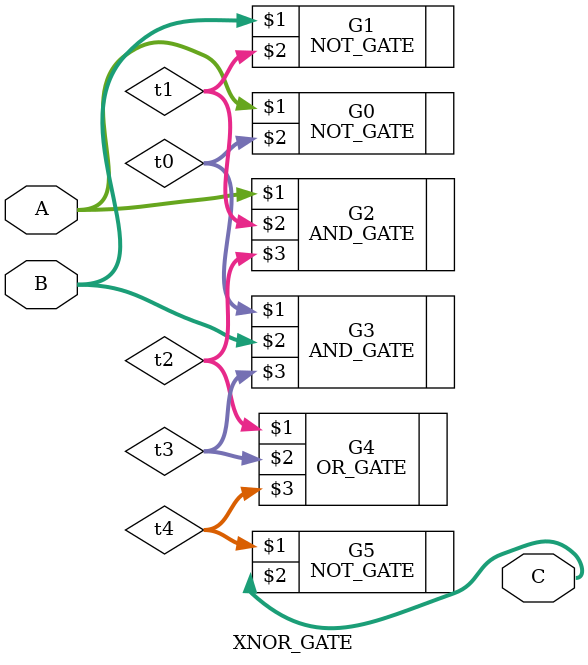
<source format=v>

module XNOR_GATE #(
    parameter N = 8
)
(
    A,B, C
);

input [N-1:0] A,B;
output [N-1:0] C;

wire [N-1:0] t0,t1,t2,t3,t4; 

NOT_GATE #(.N(N)) G0 (A,t0);
NOT_GATE #(.N(N)) G1 (B,t1);

AND_GATE #(.N(N)) G2 (A,t1,t2);
AND_GATE #(.N(N)) G3 (t0,B,t3);

OR_GATE #(.N(N)) G4 (t2,t3,t4);

NOT_GATE #(.N(N)) G5 (t4,C);



    
endmodule
</source>
